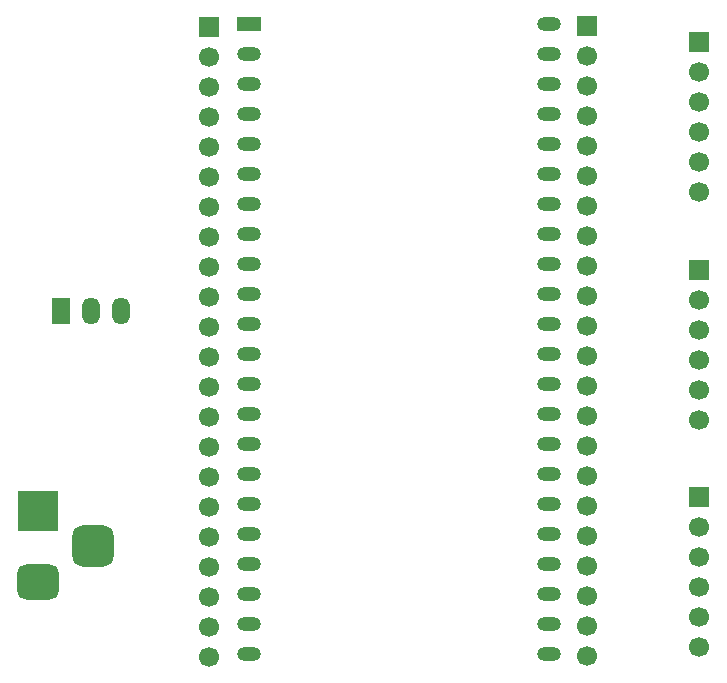
<source format=gbr>
%TF.GenerationSoftware,KiCad,Pcbnew,9.0.5*%
%TF.CreationDate,2026-01-28T15:10:35+09:00*%
%TF.ProjectId,esp32s3_serial_bridge_pcb,65737033-3273-4335-9f73-657269616c5f,V1.0*%
%TF.SameCoordinates,Original*%
%TF.FileFunction,Soldermask,Bot*%
%TF.FilePolarity,Negative*%
%FSLAX46Y46*%
G04 Gerber Fmt 4.6, Leading zero omitted, Abs format (unit mm)*
G04 Created by KiCad (PCBNEW 9.0.5) date 2026-01-28 15:10:35*
%MOMM*%
%LPD*%
G01*
G04 APERTURE LIST*
G04 Aperture macros list*
%AMRoundRect*
0 Rectangle with rounded corners*
0 $1 Rounding radius*
0 $2 $3 $4 $5 $6 $7 $8 $9 X,Y pos of 4 corners*
0 Add a 4 corners polygon primitive as box body*
4,1,4,$2,$3,$4,$5,$6,$7,$8,$9,$2,$3,0*
0 Add four circle primitives for the rounded corners*
1,1,$1+$1,$2,$3*
1,1,$1+$1,$4,$5*
1,1,$1+$1,$6,$7*
1,1,$1+$1,$8,$9*
0 Add four rect primitives between the rounded corners*
20,1,$1+$1,$2,$3,$4,$5,0*
20,1,$1+$1,$4,$5,$6,$7,0*
20,1,$1+$1,$6,$7,$8,$9,0*
20,1,$1+$1,$8,$9,$2,$3,0*%
G04 Aperture macros list end*
%ADD10R,2.000000X1.200000*%
%ADD11O,2.000000X1.200000*%
%ADD12R,1.700000X1.700000*%
%ADD13C,1.700000*%
%ADD14R,1.500000X2.300000*%
%ADD15O,1.500000X2.300000*%
%ADD16R,3.500000X3.500000*%
%ADD17RoundRect,0.750000X1.000000X-0.750000X1.000000X0.750000X-1.000000X0.750000X-1.000000X-0.750000X0*%
%ADD18RoundRect,0.875000X0.875000X-0.875000X0.875000X0.875000X-0.875000X0.875000X-0.875000X-0.875000X0*%
G04 APERTURE END LIST*
D10*
%TO.C,U3*%
X127195000Y-76903200D03*
D11*
X127195000Y-79443200D03*
X127195000Y-81983200D03*
X127195000Y-84523200D03*
X127195000Y-87063200D03*
X127195000Y-89603200D03*
X127195000Y-92143200D03*
X127195000Y-94683200D03*
X127195000Y-97223200D03*
X127195000Y-99763200D03*
X127195000Y-102303200D03*
X127195000Y-104843200D03*
X127195000Y-107383200D03*
X127195000Y-109923200D03*
X127195000Y-112463200D03*
X127195000Y-115003200D03*
X127195000Y-117543200D03*
X127195000Y-120083200D03*
X127195000Y-122623200D03*
X127195000Y-125163200D03*
X127195000Y-127703200D03*
X127195000Y-130243200D03*
X152595000Y-130243200D03*
X152595000Y-127703200D03*
X152595000Y-125163200D03*
X152595000Y-122623200D03*
X152595000Y-120083200D03*
X152595000Y-117543200D03*
X152595000Y-115003200D03*
X152595000Y-112463200D03*
X152595000Y-109923200D03*
X152595000Y-107383200D03*
X152595000Y-104843200D03*
X152595000Y-102303200D03*
X152595000Y-99763200D03*
X152595000Y-97223200D03*
X152595000Y-94683200D03*
X152595000Y-92143200D03*
X152595000Y-89603200D03*
X152595000Y-87063200D03*
X152595000Y-84523200D03*
X152595000Y-81983200D03*
X152595000Y-79443200D03*
X152595000Y-76903200D03*
%TD*%
D12*
%TO.C,J3*%
X165345000Y-78390000D03*
D13*
X165345000Y-80930000D03*
X165345000Y-83470000D03*
X165345000Y-86010000D03*
X165345000Y-88550000D03*
X165345000Y-91090000D03*
%TD*%
D12*
%TO.C,J5*%
X165300000Y-116940000D03*
D13*
X165300000Y-119480000D03*
X165300000Y-122020000D03*
X165300000Y-124560000D03*
X165300000Y-127100000D03*
X165300000Y-129640000D03*
%TD*%
D14*
%TO.C,U2*%
X111252500Y-101170000D03*
D15*
X113792500Y-101170000D03*
X116332500Y-101170000D03*
%TD*%
D12*
%TO.C,J1*%
X155800000Y-77060000D03*
D13*
X155800000Y-79600000D03*
X155800000Y-82140000D03*
X155800000Y-84680000D03*
X155800000Y-87220000D03*
X155800000Y-89760000D03*
X155800000Y-92300000D03*
X155800000Y-94840000D03*
X155800000Y-97380000D03*
X155800000Y-99920000D03*
X155800000Y-102460000D03*
X155800000Y-105000000D03*
X155800000Y-107540000D03*
X155800000Y-110080000D03*
X155800000Y-112620000D03*
X155800000Y-115160000D03*
X155800000Y-117700000D03*
X155800000Y-120240000D03*
X155800000Y-122780000D03*
X155800000Y-125320000D03*
X155800000Y-127860000D03*
X155800000Y-130400000D03*
%TD*%
D16*
%TO.C,J6*%
X109342500Y-118100000D03*
D17*
X109342500Y-124100000D03*
D18*
X114042500Y-121100000D03*
%TD*%
D12*
%TO.C,J4*%
X165300000Y-97710000D03*
D13*
X165300000Y-100250000D03*
X165300000Y-102790000D03*
X165300000Y-105330000D03*
X165300000Y-107870000D03*
X165300000Y-110410000D03*
%TD*%
D12*
%TO.C,J2*%
X123800000Y-77100000D03*
D13*
X123800000Y-79640000D03*
X123800000Y-82180000D03*
X123800000Y-84720000D03*
X123800000Y-87260000D03*
X123800000Y-89800000D03*
X123800000Y-92340000D03*
X123800000Y-94880000D03*
X123800000Y-97420000D03*
X123800000Y-99960000D03*
X123800000Y-102500000D03*
X123800000Y-105040000D03*
X123800000Y-107580000D03*
X123800000Y-110120000D03*
X123800000Y-112660000D03*
X123800000Y-115200000D03*
X123800000Y-117740000D03*
X123800000Y-120280000D03*
X123800000Y-122820000D03*
X123800000Y-125360000D03*
X123800000Y-127900000D03*
X123800000Y-130440000D03*
%TD*%
M02*

</source>
